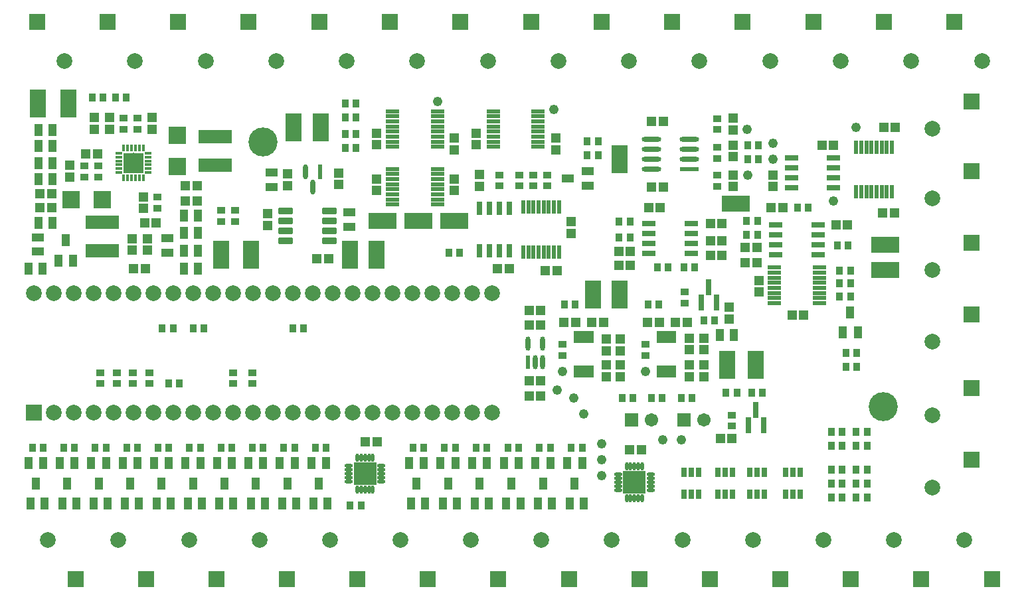
<source format=gts>
G04*
G04 #@! TF.GenerationSoftware,Altium Limited,Altium Designer,22.10.1 (41)*
G04*
G04 Layer_Color=8388736*
%FSLAX25Y25*%
%MOIN*%
G70*
G04*
G04 #@! TF.SameCoordinates,B9BD54E3-EECD-4B20-9C05-BBB2DA08042D*
G04*
G04*
G04 #@! TF.FilePolarity,Negative*
G04*
G01*
G75*
G04:AMPARAMS|DCode=30|XSize=71.07mil|YSize=24.1mil|CornerRadius=12.05mil|HoleSize=0mil|Usage=FLASHONLY|Rotation=90.000|XOffset=0mil|YOffset=0mil|HoleType=Round|Shape=RoundedRectangle|*
%AMROUNDEDRECTD30*
21,1,0.07107,0.00000,0,0,90.0*
21,1,0.04697,0.02410,0,0,90.0*
1,1,0.02410,0.00000,0.02349*
1,1,0.02410,0.00000,-0.02349*
1,1,0.02410,0.00000,-0.02349*
1,1,0.02410,0.00000,0.02349*
%
%ADD30ROUNDEDRECTD30*%
%ADD31R,0.02410X0.07107*%
G04:AMPARAMS|DCode=42|XSize=97.21mil|YSize=24.49mil|CornerRadius=12.25mil|HoleSize=0mil|Usage=FLASHONLY|Rotation=180.000|XOffset=0mil|YOffset=0mil|HoleType=Round|Shape=RoundedRectangle|*
%AMROUNDEDRECTD42*
21,1,0.09721,0.00000,0,0,180.0*
21,1,0.07272,0.02449,0,0,180.0*
1,1,0.02449,-0.03636,0.00000*
1,1,0.02449,0.03636,0.00000*
1,1,0.02449,0.03636,0.00000*
1,1,0.02449,-0.03636,0.00000*
%
%ADD42ROUNDEDRECTD42*%
%ADD43R,0.09721X0.02449*%
%ADD45R,0.02410X0.07378*%
G04:AMPARAMS|DCode=46|XSize=73.78mil|YSize=24.1mil|CornerRadius=12.05mil|HoleSize=0mil|Usage=FLASHONLY|Rotation=270.000|XOffset=0mil|YOffset=0mil|HoleType=Round|Shape=RoundedRectangle|*
%AMROUNDEDRECTD46*
21,1,0.07378,0.00000,0,0,270.0*
21,1,0.04968,0.02410,0,0,270.0*
1,1,0.02410,0.00000,-0.02484*
1,1,0.02410,0.00000,0.02484*
1,1,0.02410,0.00000,0.02484*
1,1,0.02410,0.00000,-0.02484*
%
%ADD46ROUNDEDRECTD46*%
%ADD56R,0.04343X0.03753*%
%ADD57R,0.03753X0.04343*%
%ADD58C,0.04800*%
%ADD59R,0.14186X0.07887*%
%ADD60R,0.06902X0.03162*%
%ADD61R,0.04737X0.04540*%
%ADD62R,0.04540X0.04737*%
%ADD63R,0.06706X0.02375*%
%ADD64R,0.04343X0.06115*%
%ADD65R,0.06312X0.03950*%
%ADD66R,0.03162X0.05131*%
%ADD67R,0.03162X0.07887*%
%ADD68R,0.01981X0.06312*%
%ADD69R,0.03162X0.08280*%
%ADD70R,0.03950X0.06312*%
%ADD71O,0.04343X0.01784*%
%ADD72O,0.01784X0.04343*%
%ADD73R,0.11824X0.11824*%
%ADD74R,0.02375X0.06706*%
%ADD75R,0.03162X0.06902*%
G04:AMPARAMS|DCode=76|XSize=33.59mil|YSize=72.96mil|CornerRadius=5.92mil|HoleSize=0mil|Usage=FLASHONLY|Rotation=270.000|XOffset=0mil|YOffset=0mil|HoleType=Round|Shape=RoundedRectangle|*
%AMROUNDEDRECTD76*
21,1,0.03359,0.06112,0,0,270.0*
21,1,0.02175,0.07296,0,0,270.0*
1,1,0.01184,-0.03056,-0.01088*
1,1,0.01184,-0.03056,0.01088*
1,1,0.01184,0.03056,0.01088*
1,1,0.01184,0.03056,-0.01088*
%
%ADD76ROUNDEDRECTD76*%
%ADD77R,0.16548X0.06706*%
%ADD78R,0.08674X0.08674*%
%ADD79R,0.10446X0.10446*%
%ADD80R,0.03556X0.01784*%
%ADD81R,0.01784X0.03556*%
%ADD82R,0.06115X0.04343*%
%ADD83R,0.08674X0.08674*%
%ADD84R,0.07887X0.14186*%
%ADD85C,0.07887*%
%ADD86C,0.14580*%
%ADD87R,0.07887X0.07887*%
%ADD88R,0.07887X0.07887*%
%ADD89R,0.06706X0.06706*%
%ADD90C,0.06706*%
%ADD91C,0.02769*%
%ADD92C,0.03162*%
D30*
X357000Y243059D02*
D03*
X364480D02*
D03*
Y234000D02*
D03*
X360740D02*
D03*
D31*
X357000D02*
D03*
D42*
X418995Y331000D02*
D03*
Y336000D02*
D03*
Y341000D02*
D03*
Y346000D02*
D03*
X438000D02*
D03*
Y341000D02*
D03*
Y336000D02*
D03*
D43*
Y331000D02*
D03*
D45*
X252740Y329365D02*
D03*
D46*
X245260D02*
D03*
X249000Y322000D02*
D03*
D56*
X435600Y269056D02*
D03*
Y263544D02*
D03*
X142500Y223044D02*
D03*
Y228556D02*
D03*
X150667Y223044D02*
D03*
Y228556D02*
D03*
X158833Y223044D02*
D03*
Y228556D02*
D03*
X167000Y223044D02*
D03*
Y228556D02*
D03*
X209000Y223044D02*
D03*
Y228556D02*
D03*
X218800Y223044D02*
D03*
Y228556D02*
D03*
X359700Y328012D02*
D03*
Y322500D02*
D03*
X352700Y328012D02*
D03*
Y322500D02*
D03*
X366700Y328012D02*
D03*
Y322500D02*
D03*
X459500Y201744D02*
D03*
Y207256D02*
D03*
X141500Y332500D02*
D03*
Y326988D02*
D03*
X171000Y311291D02*
D03*
Y316803D02*
D03*
X134500Y326988D02*
D03*
Y332500D02*
D03*
X161000Y356500D02*
D03*
Y350988D02*
D03*
X154000Y356500D02*
D03*
Y350988D02*
D03*
X452000Y322244D02*
D03*
Y327756D02*
D03*
Y341756D02*
D03*
Y336244D02*
D03*
Y356209D02*
D03*
Y350697D02*
D03*
X203000Y304644D02*
D03*
Y310156D02*
D03*
X210000Y304644D02*
D03*
Y310156D02*
D03*
X342700Y322500D02*
D03*
Y328012D02*
D03*
X416000Y242756D02*
D03*
Y237244D02*
D03*
X374500Y242756D02*
D03*
Y237244D02*
D03*
D57*
X182056Y223100D02*
D03*
X176544D02*
D03*
X513500Y267000D02*
D03*
X519012D02*
D03*
X472256Y298000D02*
D03*
X466744D02*
D03*
X472256Y305000D02*
D03*
X466744D02*
D03*
X512244Y292500D02*
D03*
X517756D02*
D03*
X513500Y280000D02*
D03*
X519012D02*
D03*
X513500Y273500D02*
D03*
X519012D02*
D03*
X497756Y311500D02*
D03*
X492244D02*
D03*
X386744Y345000D02*
D03*
X392256D02*
D03*
X386744Y338000D02*
D03*
X392256D02*
D03*
X522091Y231362D02*
D03*
X516579D02*
D03*
X522091Y238362D02*
D03*
X516579D02*
D03*
X244512Y251000D02*
D03*
X239000D02*
D03*
X189000D02*
D03*
X194512D02*
D03*
X179000D02*
D03*
X173488D02*
D03*
X408256Y296500D02*
D03*
X402744D02*
D03*
X408256Y304500D02*
D03*
X402744D02*
D03*
X265244Y341500D02*
D03*
X270756D02*
D03*
X265244Y348500D02*
D03*
X270756D02*
D03*
X265244Y357000D02*
D03*
X270756D02*
D03*
Y364000D02*
D03*
X265244D02*
D03*
X509244Y192000D02*
D03*
X514756D02*
D03*
X521756D02*
D03*
X527268D02*
D03*
X155562Y191000D02*
D03*
X161074D02*
D03*
X171340D02*
D03*
X176852D02*
D03*
X187118D02*
D03*
X192629D02*
D03*
X202895D02*
D03*
X208407D02*
D03*
X218673D02*
D03*
X224185D02*
D03*
X234451D02*
D03*
X239963D02*
D03*
X250229D02*
D03*
X255740D02*
D03*
X435244Y281500D02*
D03*
X440756D02*
D03*
X422000D02*
D03*
X427512D02*
D03*
X467242Y343000D02*
D03*
X472754D02*
D03*
X467242Y336000D02*
D03*
X472754D02*
D03*
X422756Y263000D02*
D03*
X417244D02*
D03*
X445244Y255000D02*
D03*
X450756D02*
D03*
X273221Y161835D02*
D03*
X267709D02*
D03*
X384241Y191000D02*
D03*
X378729D02*
D03*
X304741D02*
D03*
X299229D02*
D03*
X113741D02*
D03*
X108229D02*
D03*
X320640D02*
D03*
X315129D02*
D03*
X129518D02*
D03*
X124006D02*
D03*
X336541D02*
D03*
X331029D02*
D03*
X145296D02*
D03*
X139784D02*
D03*
X352441D02*
D03*
X346929D02*
D03*
X368340D02*
D03*
X362829D02*
D03*
X456488Y218500D02*
D03*
X462000D02*
D03*
X509244Y199000D02*
D03*
X514756D02*
D03*
X138244Y367000D02*
D03*
X143756D02*
D03*
X469244Y218500D02*
D03*
X474756D02*
D03*
X521756Y199000D02*
D03*
X527268D02*
D03*
X150000Y367000D02*
D03*
X155512D02*
D03*
X509244Y166000D02*
D03*
X514756D02*
D03*
X521756D02*
D03*
X527268D02*
D03*
X509244Y173000D02*
D03*
X514756D02*
D03*
X521756D02*
D03*
X527268D02*
D03*
X509244Y180000D02*
D03*
X514756D02*
D03*
X521756D02*
D03*
X527268D02*
D03*
X375244Y263000D02*
D03*
X380756D02*
D03*
X317244Y289000D02*
D03*
X322756D02*
D03*
X439512Y216000D02*
D03*
X434000D02*
D03*
X419020D02*
D03*
X424532D02*
D03*
X409756D02*
D03*
X404244D02*
D03*
D58*
X394000Y176900D02*
D03*
X369900Y360700D02*
D03*
X480000Y336000D02*
D03*
X521823Y352000D02*
D03*
X467242Y328000D02*
D03*
X467000Y351000D02*
D03*
X480000Y344000D02*
D03*
X510500Y315000D02*
D03*
X394000Y193000D02*
D03*
Y185000D02*
D03*
X416000Y229339D02*
D03*
X374500D02*
D03*
X380000Y216000D02*
D03*
X434100Y194700D02*
D03*
X424800D02*
D03*
X385000Y208000D02*
D03*
X371800Y220000D02*
D03*
X311619Y365000D02*
D03*
D59*
X536500Y293000D02*
D03*
Y280200D02*
D03*
X461500Y313500D02*
D03*
X320000Y305000D02*
D03*
X284000D02*
D03*
X302000D02*
D03*
D60*
X439130Y303500D02*
D03*
Y298500D02*
D03*
Y293500D02*
D03*
Y288500D02*
D03*
X417870D02*
D03*
Y293500D02*
D03*
Y298500D02*
D03*
Y303500D02*
D03*
X481500Y303000D02*
D03*
Y298000D02*
D03*
Y293000D02*
D03*
Y288000D02*
D03*
X502760D02*
D03*
Y293000D02*
D03*
Y298000D02*
D03*
Y303000D02*
D03*
X510500Y336500D02*
D03*
Y331500D02*
D03*
Y326500D02*
D03*
Y321500D02*
D03*
X489240D02*
D03*
Y326500D02*
D03*
Y331500D02*
D03*
Y336500D02*
D03*
D61*
X489547Y257500D02*
D03*
X495453D02*
D03*
X466047Y291500D02*
D03*
X471953D02*
D03*
X471953Y284000D02*
D03*
X466047D02*
D03*
X517453Y303000D02*
D03*
X511547D02*
D03*
X484953Y311500D02*
D03*
X479047D02*
D03*
X363453Y217000D02*
D03*
X357547D02*
D03*
X363453Y224500D02*
D03*
X357547D02*
D03*
X363500Y260000D02*
D03*
X357594D02*
D03*
X363453Y252500D02*
D03*
X357547D02*
D03*
X402547Y289500D02*
D03*
X408453D02*
D03*
X453547Y195600D02*
D03*
X459453D02*
D03*
X164953Y281000D02*
D03*
X159047D02*
D03*
X256906Y286000D02*
D03*
X251000D02*
D03*
X170453Y304000D02*
D03*
X164547D02*
D03*
X140953Y338500D02*
D03*
X135047D02*
D03*
X185047Y322500D02*
D03*
X190953D02*
D03*
X185047Y315000D02*
D03*
X190953D02*
D03*
X117953Y311500D02*
D03*
X112047D02*
D03*
X117953Y318500D02*
D03*
X112047D02*
D03*
X417547Y311500D02*
D03*
X423453D02*
D03*
X448547Y287500D02*
D03*
X454453D02*
D03*
Y295000D02*
D03*
X448547D02*
D03*
Y303500D02*
D03*
X454453D02*
D03*
X418998Y322000D02*
D03*
X424903D02*
D03*
X402547Y282500D02*
D03*
X408453D02*
D03*
X419047Y355000D02*
D03*
X424953D02*
D03*
X510500Y343000D02*
D03*
X504595D02*
D03*
X423000Y254000D02*
D03*
X417095D02*
D03*
X535547Y352000D02*
D03*
X541453D02*
D03*
X535047Y309000D02*
D03*
X540953D02*
D03*
X413953Y190000D02*
D03*
X408047D02*
D03*
X281218Y193835D02*
D03*
X275313D02*
D03*
X375047Y254000D02*
D03*
X380953D02*
D03*
X371605Y280000D02*
D03*
X365700D02*
D03*
X347700Y281000D02*
D03*
X341794D02*
D03*
X436953Y254000D02*
D03*
X431047D02*
D03*
X394905D02*
D03*
X389000D02*
D03*
D62*
X473000Y274953D02*
D03*
Y269047D02*
D03*
X378700Y304453D02*
D03*
Y298547D02*
D03*
X166000Y295953D02*
D03*
Y290047D02*
D03*
X139500Y350791D02*
D03*
Y356697D02*
D03*
X147000D02*
D03*
Y350791D02*
D03*
X158500Y290094D02*
D03*
Y296000D02*
D03*
X164000Y317000D02*
D03*
Y311094D02*
D03*
X127000Y332697D02*
D03*
Y326791D02*
D03*
X168500Y350791D02*
D03*
Y356697D02*
D03*
X460000Y322047D02*
D03*
Y327953D02*
D03*
Y337047D02*
D03*
Y342953D02*
D03*
Y350500D02*
D03*
Y356405D02*
D03*
X480000Y327953D02*
D03*
Y322047D02*
D03*
X262000Y323047D02*
D03*
Y328953D02*
D03*
X236500Y322500D02*
D03*
Y328405D02*
D03*
X226500Y308453D02*
D03*
Y302547D02*
D03*
X458000Y261453D02*
D03*
Y255547D02*
D03*
X331000Y343047D02*
D03*
Y348953D02*
D03*
X320200Y320047D02*
D03*
Y325953D02*
D03*
X371000Y340547D02*
D03*
Y346453D02*
D03*
X281000Y320047D02*
D03*
Y325953D02*
D03*
Y343047D02*
D03*
Y348953D02*
D03*
X332700Y328209D02*
D03*
Y322303D02*
D03*
X320200Y340547D02*
D03*
Y346453D02*
D03*
X445500Y232500D02*
D03*
Y226594D02*
D03*
X438000Y232500D02*
D03*
Y226594D02*
D03*
Y240047D02*
D03*
Y245953D02*
D03*
X445500Y240047D02*
D03*
Y245953D02*
D03*
X403500Y232453D02*
D03*
Y226547D02*
D03*
X396500Y232453D02*
D03*
Y226547D02*
D03*
Y239547D02*
D03*
Y245453D02*
D03*
X403500Y239547D02*
D03*
Y245453D02*
D03*
D63*
X503319Y263543D02*
D03*
Y266102D02*
D03*
Y268661D02*
D03*
Y271220D02*
D03*
Y273780D02*
D03*
Y276339D02*
D03*
Y278898D02*
D03*
Y281457D02*
D03*
X480681D02*
D03*
Y278898D02*
D03*
Y276339D02*
D03*
Y273780D02*
D03*
Y271220D02*
D03*
Y268661D02*
D03*
Y266102D02*
D03*
Y263543D02*
D03*
X362200Y342043D02*
D03*
Y344602D02*
D03*
Y347161D02*
D03*
Y349721D02*
D03*
Y352279D02*
D03*
Y354839D02*
D03*
Y357398D02*
D03*
Y359957D02*
D03*
X339562D02*
D03*
Y357398D02*
D03*
Y354839D02*
D03*
Y352279D02*
D03*
Y349721D02*
D03*
Y347161D02*
D03*
Y344602D02*
D03*
Y342043D02*
D03*
X288981Y330957D02*
D03*
Y328398D02*
D03*
Y325839D02*
D03*
Y323280D02*
D03*
Y320721D02*
D03*
Y318161D02*
D03*
Y315602D02*
D03*
Y313043D02*
D03*
X311619D02*
D03*
Y315602D02*
D03*
Y318161D02*
D03*
Y320721D02*
D03*
Y323280D02*
D03*
Y325839D02*
D03*
Y328398D02*
D03*
Y330957D02*
D03*
Y342043D02*
D03*
Y344602D02*
D03*
Y347161D02*
D03*
Y349721D02*
D03*
Y352279D02*
D03*
Y354839D02*
D03*
Y357398D02*
D03*
Y359957D02*
D03*
X288981D02*
D03*
Y357398D02*
D03*
Y354839D02*
D03*
Y352279D02*
D03*
Y349721D02*
D03*
Y347161D02*
D03*
Y344602D02*
D03*
Y342043D02*
D03*
D64*
X111457Y350500D02*
D03*
X118543D02*
D03*
X191543Y281000D02*
D03*
X184457D02*
D03*
X113543D02*
D03*
X106457D02*
D03*
X184457Y290000D02*
D03*
X191543D02*
D03*
X118543Y342500D02*
D03*
X111457D02*
D03*
X191543Y299000D02*
D03*
X184457D02*
D03*
X191543Y307500D02*
D03*
X184457D02*
D03*
X111457Y326000D02*
D03*
X118543D02*
D03*
X111457Y334000D02*
D03*
X118543D02*
D03*
X111457Y304000D02*
D03*
X118543D02*
D03*
X161861Y163000D02*
D03*
X154775D02*
D03*
X177639D02*
D03*
X170552D02*
D03*
X193417D02*
D03*
X186330D02*
D03*
X209194D02*
D03*
X202108D02*
D03*
X224972D02*
D03*
X217886D02*
D03*
X240750D02*
D03*
X233663D02*
D03*
X256528D02*
D03*
X249441D02*
D03*
X460543Y247500D02*
D03*
X453457D02*
D03*
X377941Y163000D02*
D03*
X385028D02*
D03*
X298441D02*
D03*
X305528D02*
D03*
X107441D02*
D03*
X114528D02*
D03*
X314341D02*
D03*
X321428D02*
D03*
X123219D02*
D03*
X130306D02*
D03*
X330241D02*
D03*
X337328D02*
D03*
X138997D02*
D03*
X146083D02*
D03*
X346141D02*
D03*
X353228D02*
D03*
X362041D02*
D03*
X369128D02*
D03*
D65*
X376882Y326240D02*
D03*
X387118Y329981D02*
D03*
Y322500D02*
D03*
D66*
X486260Y167489D02*
D03*
X490000D02*
D03*
X493740D02*
D03*
Y178512D02*
D03*
X490000D02*
D03*
X486260D02*
D03*
X468259Y167489D02*
D03*
X472000D02*
D03*
X475740D02*
D03*
Y178512D02*
D03*
X472000D02*
D03*
X468259D02*
D03*
X452259Y167489D02*
D03*
X456000D02*
D03*
X459740D02*
D03*
Y178512D02*
D03*
X456000D02*
D03*
X452259D02*
D03*
X435259Y167489D02*
D03*
X439000D02*
D03*
X442740D02*
D03*
Y178512D02*
D03*
X439000D02*
D03*
X435259D02*
D03*
D67*
X467760Y202126D02*
D03*
X475240D02*
D03*
X471500Y210000D02*
D03*
D68*
X388937Y229339D02*
D03*
X386968D02*
D03*
X385000D02*
D03*
X383032D02*
D03*
X381063D02*
D03*
X381063Y246661D02*
D03*
X383032D02*
D03*
X385000D02*
D03*
X386968D02*
D03*
X388937D02*
D03*
X430437Y229339D02*
D03*
X428469D02*
D03*
X426500D02*
D03*
X424532D02*
D03*
X422563D02*
D03*
X422563Y246661D02*
D03*
X424532D02*
D03*
X426500D02*
D03*
X428469D02*
D03*
X430437D02*
D03*
D69*
X444000Y264000D02*
D03*
X451559D02*
D03*
X447780Y271559D02*
D03*
D70*
X515095Y248744D02*
D03*
X522575D02*
D03*
X518834Y258980D02*
D03*
X121260Y284882D02*
D03*
X128740D02*
D03*
X125000Y295118D02*
D03*
X157334Y172882D02*
D03*
X153593Y183118D02*
D03*
X161074D02*
D03*
X173111Y172882D02*
D03*
X169371Y183118D02*
D03*
X176851D02*
D03*
X188889Y172882D02*
D03*
X185149Y183118D02*
D03*
X192629D02*
D03*
X204667Y172882D02*
D03*
X200926Y183118D02*
D03*
X208407D02*
D03*
X220445Y172882D02*
D03*
X216704Y183118D02*
D03*
X224184D02*
D03*
X236223Y172882D02*
D03*
X232482Y183118D02*
D03*
X239962D02*
D03*
X252000Y172882D02*
D03*
X248260Y183118D02*
D03*
X255740D02*
D03*
X384240D02*
D03*
X376760D02*
D03*
X380500Y172882D02*
D03*
X304740Y183118D02*
D03*
X297260D02*
D03*
X301000Y172882D02*
D03*
X113740Y183118D02*
D03*
X106260D02*
D03*
X110000Y172882D02*
D03*
X320640Y183118D02*
D03*
X313160D02*
D03*
X316900Y172882D02*
D03*
X129518Y183118D02*
D03*
X122038D02*
D03*
X125778Y172882D02*
D03*
X336540Y183118D02*
D03*
X329060D02*
D03*
X332800Y172882D02*
D03*
X145296Y183118D02*
D03*
X137815D02*
D03*
X141556Y172882D02*
D03*
X352440Y183118D02*
D03*
X344960D02*
D03*
X348700Y172882D02*
D03*
X368340Y183118D02*
D03*
X360860D02*
D03*
X364600Y172882D02*
D03*
D71*
X267200Y181774D02*
D03*
Y179806D02*
D03*
Y177837D02*
D03*
Y175868D02*
D03*
Y173900D02*
D03*
X283342D02*
D03*
Y175868D02*
D03*
Y177837D02*
D03*
Y179806D02*
D03*
Y181774D02*
D03*
X402429Y177437D02*
D03*
Y175469D02*
D03*
Y173500D02*
D03*
Y171531D02*
D03*
Y169563D02*
D03*
X418571D02*
D03*
Y171531D02*
D03*
Y173500D02*
D03*
Y175469D02*
D03*
Y177437D02*
D03*
D72*
X271334Y169766D02*
D03*
X273302D02*
D03*
X275271D02*
D03*
X277239D02*
D03*
X279208D02*
D03*
Y185908D02*
D03*
X277239D02*
D03*
X275271D02*
D03*
X273302D02*
D03*
X271334D02*
D03*
X406563Y165429D02*
D03*
X408532D02*
D03*
X410500D02*
D03*
X412468D02*
D03*
X414437D02*
D03*
Y181571D02*
D03*
X412468D02*
D03*
X410500D02*
D03*
X408532D02*
D03*
X406563D02*
D03*
D73*
X275271Y177837D02*
D03*
X410500Y173500D02*
D03*
D74*
X539736Y319362D02*
D03*
X537177D02*
D03*
X534618D02*
D03*
X532059D02*
D03*
X529500D02*
D03*
X526941D02*
D03*
X524382D02*
D03*
X521823D02*
D03*
Y342000D02*
D03*
X524382D02*
D03*
X526941D02*
D03*
X529500D02*
D03*
X532059D02*
D03*
X534618D02*
D03*
X537177D02*
D03*
X539736D02*
D03*
X372657Y311819D02*
D03*
X370098D02*
D03*
X367539D02*
D03*
X364980D02*
D03*
X362421D02*
D03*
X359861D02*
D03*
X357302D02*
D03*
X354743D02*
D03*
Y289181D02*
D03*
X357302D02*
D03*
X359861D02*
D03*
X362421D02*
D03*
X364980D02*
D03*
X367539D02*
D03*
X370098D02*
D03*
X372657D02*
D03*
D75*
X332700Y289870D02*
D03*
X337700D02*
D03*
X342700D02*
D03*
X347700D02*
D03*
Y311130D02*
D03*
X342700D02*
D03*
X337700D02*
D03*
X332700D02*
D03*
D76*
X257500Y295000D02*
D03*
Y300000D02*
D03*
Y305000D02*
D03*
Y310000D02*
D03*
X235256Y295000D02*
D03*
Y300000D02*
D03*
Y305000D02*
D03*
Y310000D02*
D03*
D77*
X143500Y304087D02*
D03*
Y289913D02*
D03*
X200000Y347087D02*
D03*
Y332913D02*
D03*
D78*
X143500Y315500D02*
D03*
X127752D02*
D03*
D79*
X159047Y334020D02*
D03*
D80*
X151567Y329197D02*
D03*
Y331126D02*
D03*
Y333055D02*
D03*
Y334984D02*
D03*
Y336913D02*
D03*
Y338843D02*
D03*
X166527D02*
D03*
Y336913D02*
D03*
Y334984D02*
D03*
Y333055D02*
D03*
Y331126D02*
D03*
Y329197D02*
D03*
D81*
X154126Y341500D02*
D03*
X156095D02*
D03*
X158063D02*
D03*
X160031D02*
D03*
X162000D02*
D03*
X163969D02*
D03*
Y326539D02*
D03*
X162000D02*
D03*
X160031D02*
D03*
X158063D02*
D03*
X156095D02*
D03*
X154126D02*
D03*
D82*
X111000Y289457D02*
D03*
Y296543D02*
D03*
X176000Y288957D02*
D03*
Y296043D02*
D03*
X228500Y329043D02*
D03*
Y321957D02*
D03*
X267500Y301957D02*
D03*
Y309043D02*
D03*
D83*
X181000Y348000D02*
D03*
Y332252D02*
D03*
D84*
X403000Y336000D02*
D03*
X203000Y288000D02*
D03*
X111000Y364000D02*
D03*
X217900Y288000D02*
D03*
X126300Y364000D02*
D03*
X267550Y288000D02*
D03*
X253000Y352000D02*
D03*
X281000Y288000D02*
D03*
X239500Y352000D02*
D03*
X389800Y268000D02*
D03*
X457000Y232500D02*
D03*
X403000Y268000D02*
D03*
X471500Y232500D02*
D03*
D85*
X219000Y208500D02*
D03*
X209000D02*
D03*
X169000D02*
D03*
X159000D02*
D03*
X149000D02*
D03*
X139000D02*
D03*
X339000Y268500D02*
D03*
X329000D02*
D03*
X319000D02*
D03*
X309000D02*
D03*
X299000D02*
D03*
X289000D02*
D03*
X279000D02*
D03*
X269000D02*
D03*
X259000D02*
D03*
X119000Y208500D02*
D03*
X129000D02*
D03*
X179000D02*
D03*
X189000D02*
D03*
X199000D02*
D03*
X229000D02*
D03*
X239000D02*
D03*
X249000D02*
D03*
X259000D02*
D03*
X269000D02*
D03*
X279000D02*
D03*
X289000D02*
D03*
X299000D02*
D03*
X309000D02*
D03*
X319000D02*
D03*
X329000D02*
D03*
X339000D02*
D03*
X249000Y268500D02*
D03*
X239000D02*
D03*
X229000D02*
D03*
X219000D02*
D03*
X209000D02*
D03*
X199000D02*
D03*
X189000D02*
D03*
X179000D02*
D03*
X169000D02*
D03*
X159000D02*
D03*
X149000D02*
D03*
X139000D02*
D03*
X129000D02*
D03*
X119000D02*
D03*
X109000D02*
D03*
X116110Y144685D02*
D03*
X560157Y351110D02*
D03*
X584890Y385157D02*
D03*
X469956Y144685D02*
D03*
X328418D02*
D03*
X560157Y316110D02*
D03*
X549465Y385157D02*
D03*
X505341Y144685D02*
D03*
X151495D02*
D03*
X363803D02*
D03*
X560157Y244110D02*
D03*
X514040Y385157D02*
D03*
X540726Y144685D02*
D03*
X186880D02*
D03*
X399187D02*
D03*
X560157Y207110D02*
D03*
X478616Y385157D02*
D03*
X576110Y144685D02*
D03*
X222264D02*
D03*
X560157Y280110D02*
D03*
X266068Y385157D02*
D03*
X443191D02*
D03*
X407766D02*
D03*
X434572Y144685D02*
D03*
X257649D02*
D03*
X372342Y385157D02*
D03*
X293033Y144685D02*
D03*
X336917Y385157D02*
D03*
X301493D02*
D03*
X560157Y171000D02*
D03*
X124369Y385157D02*
D03*
X195219D02*
D03*
X230643D02*
D03*
X159794D02*
D03*
D86*
X535500Y211500D02*
D03*
X224000Y344500D02*
D03*
D87*
X109000Y208500D02*
D03*
X579843Y364890D02*
D03*
Y329890D02*
D03*
Y257890D02*
D03*
Y220890D02*
D03*
Y293890D02*
D03*
Y184780D02*
D03*
D88*
X129890Y125000D02*
D03*
X571110Y404843D02*
D03*
X483736Y125000D02*
D03*
X342197D02*
D03*
X535686Y404843D02*
D03*
X519121Y125000D02*
D03*
X165274D02*
D03*
X377582D02*
D03*
X500261Y404843D02*
D03*
X554505Y125000D02*
D03*
X200659D02*
D03*
X412967D02*
D03*
X464836Y404843D02*
D03*
X589890Y125000D02*
D03*
X236044D02*
D03*
X252288Y404843D02*
D03*
X429412D02*
D03*
X393987D02*
D03*
X448351Y125000D02*
D03*
X271428D02*
D03*
X358562Y404843D02*
D03*
X306813Y125000D02*
D03*
X323138Y404843D02*
D03*
X287713D02*
D03*
X110590D02*
D03*
X181439D02*
D03*
X216864D02*
D03*
X146014D02*
D03*
D89*
X435500Y205000D02*
D03*
X409000D02*
D03*
D90*
X445500D02*
D03*
X419000D02*
D03*
D91*
X273106Y180002D02*
D03*
X277436D02*
D03*
X273106Y175672D02*
D03*
X277436D02*
D03*
X408335Y175665D02*
D03*
X412665D02*
D03*
X408335Y171335D02*
D03*
X412665D02*
D03*
D92*
X159047Y337420D02*
D03*
Y330620D02*
D03*
M02*

</source>
